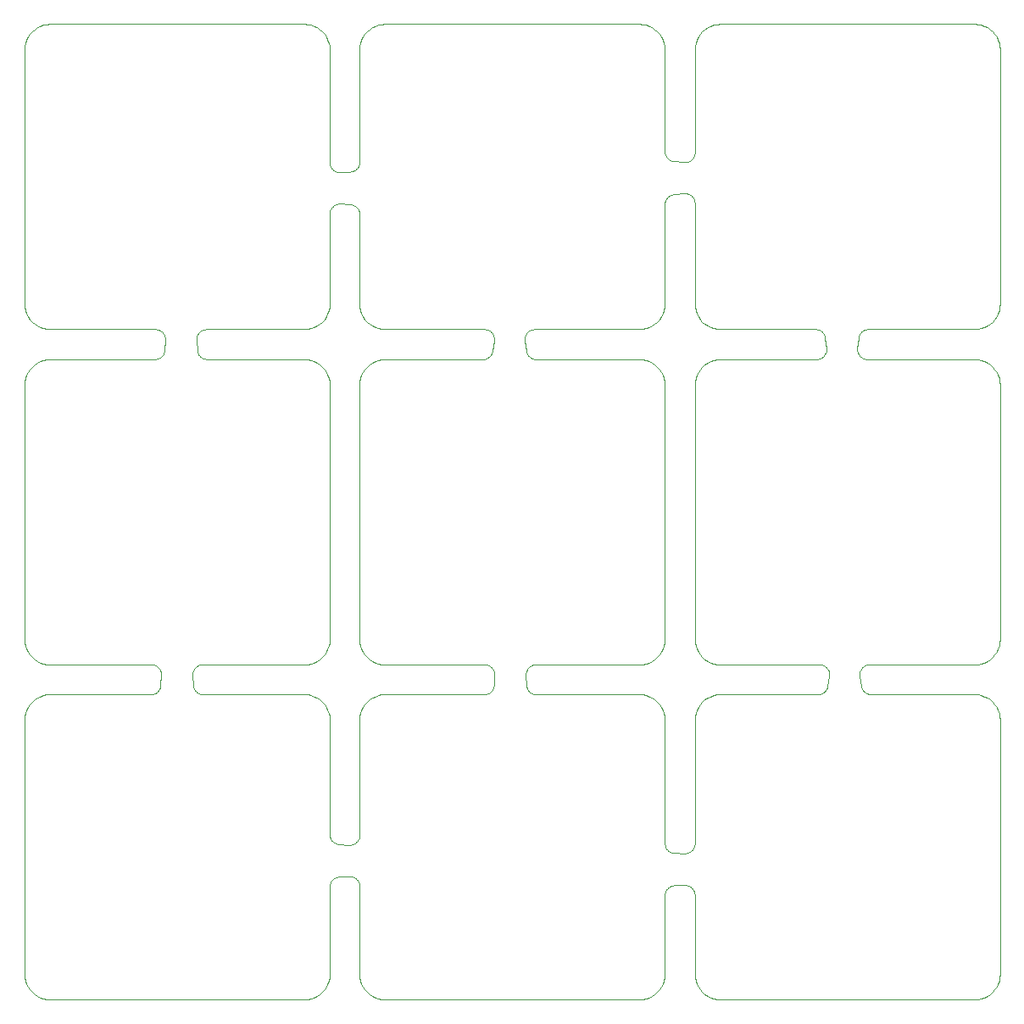
<source format=gko>
%MOIN*%
%OFA0B0*%
%FSLAX36Y36*%
%IPPOS*%
%LPD*%
%ADD10C,0*%
D10*
X002518110Y001099999D02*
X002518110Y001099999D01*
X002517254Y001113052D01*
X002514702Y001125882D01*
X002510497Y001138268D01*
X002504712Y001149999D01*
X002497445Y001160876D01*
X002488820Y001170710D01*
X002478985Y001179335D01*
X002468110Y001186602D01*
X002456378Y001192388D01*
X002443992Y001196592D01*
X002431162Y001199144D01*
X002418110Y001200000D01*
X002012992Y001200000D01*
X002009981Y001200115D01*
X002006988Y001200460D01*
X002004029Y001201033D01*
X002001124Y001201831D01*
X001998287Y001202849D01*
X001995537Y001204080D01*
X001992889Y001205519D01*
X001990359Y001207155D01*
X001987962Y001208981D01*
X001985711Y001210984D01*
X001983620Y001213154D01*
X001981701Y001215477D01*
X001979965Y001217940D01*
X001978423Y001220529D01*
X001977083Y001223228D01*
X001975954Y001226021D01*
X001975042Y001228893D01*
X001974351Y001231826D01*
X001973888Y001234804D01*
X001973653Y001237808D01*
X001972090Y001277178D01*
X001972092Y001280347D01*
X001972349Y001283506D01*
X001972859Y001286634D01*
X001973619Y001289711D01*
X001974624Y001292717D01*
X001975867Y001295632D01*
X001977341Y001298438D01*
X001979036Y001301116D01*
X001980941Y001303649D01*
X001983043Y001306021D01*
X001985330Y001308215D01*
X001987785Y001310219D01*
X001990394Y001312019D01*
X001993139Y001313603D01*
X001996003Y001314962D01*
X001998966Y001316085D01*
X002002011Y001316966D01*
X002005116Y001317600D01*
X002008262Y001317982D01*
X002011429Y001318110D01*
X002418110Y001318110D01*
X002431162Y001318966D01*
X002443992Y001321517D01*
X002456378Y001325722D01*
X002468110Y001331507D01*
X002478985Y001338775D01*
X002488820Y001347399D01*
X002497445Y001357234D01*
X002504712Y001368110D01*
X002510497Y001379842D01*
X002514702Y001392228D01*
X002517254Y001405057D01*
X002518110Y001418110D01*
X002518110Y002418110D01*
X002517254Y002431163D01*
X002514702Y002443992D01*
X002510497Y002456378D01*
X002504712Y002468110D01*
X002497445Y002478986D01*
X002488820Y002488821D01*
X002478985Y002497445D01*
X002468110Y002504712D01*
X002456378Y002510498D01*
X002443992Y002514703D01*
X002431162Y002517254D01*
X002418110Y002518110D01*
X002011799Y002518110D01*
X002008991Y002518210D01*
X002006197Y002518510D01*
X002003432Y002519009D01*
X002000710Y002519704D01*
X001998044Y002520591D01*
X001995448Y002521666D01*
X001992935Y002522923D01*
X001990518Y002524356D01*
X001988210Y002525959D01*
X001986022Y002527721D01*
X001983965Y002529635D01*
X001982050Y002531691D01*
X001980287Y002533879D01*
X001978684Y002536186D01*
X001977250Y002538602D01*
X001975991Y002541114D01*
X001974915Y002543710D01*
X001974027Y002546375D01*
X001973331Y002549098D01*
X001972831Y002551863D01*
X001967156Y002591232D01*
X001966818Y002594588D01*
X001966769Y002597961D01*
X001967008Y002601325D01*
X001967535Y002604657D01*
X001968345Y002607931D01*
X001969432Y002611124D01*
X001970788Y002614212D01*
X001972404Y002617173D01*
X001974268Y002619984D01*
X001976365Y002622626D01*
X001978680Y002625079D01*
X001981197Y002627324D01*
X001983897Y002629346D01*
X001986760Y002631129D01*
X001989765Y002632661D01*
X001992890Y002633929D01*
X001996113Y002634926D01*
X001999408Y002635643D01*
X002002753Y002636075D01*
X002006123Y002636220D01*
X002418110Y002636220D01*
X002431162Y002637076D01*
X002443992Y002639628D01*
X002456378Y002643832D01*
X002468110Y002649618D01*
X002478985Y002656885D01*
X002488820Y002665509D01*
X002497445Y002675344D01*
X002504712Y002686220D01*
X002510497Y002697952D01*
X002514702Y002710338D01*
X002517254Y002723168D01*
X002518110Y002736220D01*
X002518110Y003127433D01*
X002518216Y003130319D01*
X002518533Y003133190D01*
X002519060Y003136030D01*
X002519794Y003138823D01*
X002520730Y003141556D01*
X002521864Y003144212D01*
X002523190Y003146778D01*
X002524701Y003149240D01*
X002526388Y003151584D01*
X002528242Y003153799D01*
X002530254Y003155871D01*
X002532412Y003157791D01*
X002534705Y003159547D01*
X002537121Y003161130D01*
X002539647Y003162532D01*
X002542268Y003163745D01*
X002544971Y003164763D01*
X002547741Y003165579D01*
X002550564Y003166191D01*
X002553425Y003166593D01*
X002592795Y003170670D01*
X002596083Y003170872D01*
X002599376Y003170799D01*
X002602652Y003170450D01*
X002605887Y003169829D01*
X002609059Y003168939D01*
X002612146Y003167787D01*
X002615125Y003166381D01*
X002617976Y003164732D01*
X002620680Y003162849D01*
X002623216Y003160747D01*
X002625568Y003158441D01*
X002627719Y003155945D01*
X002629654Y003153279D01*
X002631359Y003150461D01*
X002632823Y003147509D01*
X002634034Y003144446D01*
X002634986Y003141292D01*
X002635670Y003138069D01*
X002636082Y003134801D01*
X002636220Y003131510D01*
X002636220Y002736220D01*
X002637076Y002723168D01*
X002639627Y002710338D01*
X002643832Y002697952D01*
X002649617Y002686220D01*
X002656884Y002675344D01*
X002665509Y002665509D01*
X002675343Y002656885D01*
X002686220Y002649618D01*
X002697952Y002643832D01*
X002710338Y002639628D01*
X002723167Y002637076D01*
X002736220Y002636220D01*
X003109892Y002636220D01*
X003112771Y002636114D01*
X003115634Y002635799D01*
X003118467Y002635275D01*
X003121254Y002634545D01*
X003123980Y002633613D01*
X003126631Y002632484D01*
X003129192Y002631164D01*
X003131650Y002629661D01*
X003133991Y002627982D01*
X003136203Y002626136D01*
X003138274Y002624134D01*
X003140193Y002621985D01*
X003141950Y002619702D01*
X003143536Y002617296D01*
X003144941Y002614781D01*
X003146158Y002612170D01*
X003147182Y002609477D01*
X003148005Y002606716D01*
X003148625Y002603903D01*
X003149037Y002601051D01*
X003153262Y002561681D01*
X003153477Y002558387D01*
X003153414Y002555086D01*
X003153076Y002551801D01*
X003152463Y002548557D01*
X003151580Y002545376D01*
X003150434Y002542279D01*
X003149033Y002539290D01*
X003147386Y002536428D01*
X003145505Y002533715D01*
X003143404Y002531168D01*
X003141096Y002528807D01*
X003138599Y002526647D01*
X003135930Y002524704D01*
X003133107Y002522992D01*
X003130150Y002521522D01*
X003127081Y002520305D01*
X003123921Y002519350D01*
X003120691Y002518663D01*
X003117416Y002518248D01*
X003114117Y002518110D01*
X002736220Y002518110D01*
X002723167Y002517254D01*
X002710338Y002514703D01*
X002697952Y002510498D01*
X002686220Y002504712D01*
X002675343Y002497445D01*
X002665509Y002488821D01*
X002656884Y002478986D01*
X002649617Y002468110D01*
X002643832Y002456378D01*
X002639627Y002443992D01*
X002637076Y002431163D01*
X002636220Y002418110D01*
X002636220Y001418110D01*
X002637076Y001405057D01*
X002639627Y001392228D01*
X002643832Y001379842D01*
X002649617Y001368110D01*
X002656884Y001357234D01*
X002665509Y001347399D01*
X002675343Y001338775D01*
X002686220Y001331507D01*
X002697952Y001325722D01*
X002710338Y001321517D01*
X002723167Y001318966D01*
X002736220Y001318110D01*
X003125673Y001318110D01*
X003129084Y001317962D01*
X003132470Y001317519D01*
X003135804Y001316784D01*
X003139062Y001315763D01*
X003142219Y001314464D01*
X003145252Y001312896D01*
X003148138Y001311072D01*
X003150854Y001309004D01*
X003153382Y001306708D01*
X003155701Y001304203D01*
X003157794Y001301505D01*
X003159645Y001298637D01*
X003161241Y001295619D01*
X003162570Y001292474D01*
X003163621Y001289226D01*
X003164387Y001285899D01*
X003164862Y001282518D01*
X003165042Y001279108D01*
X003164926Y001275696D01*
X003164514Y001272307D01*
X003157994Y001232937D01*
X003157446Y001230223D01*
X003156708Y001227555D01*
X003155785Y001224945D01*
X003154681Y001222406D01*
X003153401Y001219951D01*
X003151952Y001217592D01*
X003150340Y001215341D01*
X003148574Y001213209D01*
X003146663Y001211206D01*
X003144616Y001209342D01*
X003142443Y001207627D01*
X003140155Y001206069D01*
X003137762Y001204675D01*
X003135278Y001203453D01*
X003132714Y001202409D01*
X003130083Y001201547D01*
X003127398Y001200873D01*
X003124673Y001200388D01*
X003121920Y001200097D01*
X003119153Y001200000D01*
X002736220Y001200000D01*
X002723167Y001199144D01*
X002710338Y001196592D01*
X002697952Y001192388D01*
X002686220Y001186602D01*
X002675343Y001179335D01*
X002665509Y001170710D01*
X002656884Y001160876D01*
X002649617Y001149999D01*
X002643832Y001138268D01*
X002639627Y001125882D01*
X002637076Y001113052D01*
X002636220Y001099999D01*
X002636220Y000614566D01*
X002636096Y000611441D01*
X002635724Y000608336D01*
X002635107Y000605270D01*
X002634248Y000602262D01*
X002633154Y000599333D01*
X002631830Y000596499D01*
X002630286Y000593780D01*
X002628530Y000591191D01*
X002626575Y000588751D01*
X002624432Y000586473D01*
X002622115Y000584372D01*
X002619639Y000582462D01*
X002617019Y000580754D01*
X002614272Y000579260D01*
X002611414Y000577989D01*
X002608465Y000576948D01*
X002605443Y000576145D01*
X002602366Y000575584D01*
X002599254Y000575269D01*
X002596128Y000575202D01*
X002556757Y000575925D01*
X002553707Y000576099D01*
X002550680Y000576510D01*
X002547693Y000577154D01*
X002544765Y000578028D01*
X002541914Y000579126D01*
X002539157Y000580442D01*
X002536510Y000581968D01*
X002533989Y000583694D01*
X002531610Y000585611D01*
X002529387Y000587706D01*
X002527332Y000589968D01*
X002525460Y000592382D01*
X002523780Y000594934D01*
X002522303Y000597608D01*
X002521038Y000600389D01*
X002519992Y000603260D01*
X002519172Y000606203D01*
X002518583Y000609201D01*
X002518228Y000612235D01*
X002518110Y000615288D01*
X002518110Y001099999D01*
X001199999Y001099999D02*
X001199999Y001099999D01*
X001199143Y001113052D01*
X001196592Y001125882D01*
X001192387Y001138268D01*
X001186602Y001149999D01*
X001179335Y001160876D01*
X001170710Y001170710D01*
X001160875Y001179335D01*
X001149999Y001186602D01*
X001138267Y001192388D01*
X001125881Y001196592D01*
X001113051Y001199144D01*
X001100000Y001200000D01*
X000702756Y001200000D01*
X000699785Y001200112D01*
X000696830Y001200448D01*
X000693910Y001201006D01*
X000691039Y001201783D01*
X000688236Y001202775D01*
X000685515Y001203975D01*
X000682893Y001205377D01*
X000680384Y001206973D01*
X000678003Y001208754D01*
X000675763Y001210710D01*
X000673677Y001212829D01*
X000671757Y001215099D01*
X000670013Y001217508D01*
X000668457Y001220042D01*
X000667096Y001222686D01*
X000665938Y001225425D01*
X000664991Y001228243D01*
X000664259Y001231125D01*
X000663747Y001234054D01*
X000663457Y001237014D01*
X000661096Y001276384D01*
X000661035Y001279592D01*
X000661235Y001282795D01*
X000661696Y001285971D01*
X000662413Y001289099D01*
X000663383Y001292158D01*
X000664599Y001295128D01*
X000666053Y001297989D01*
X000667734Y001300722D01*
X000669633Y001303309D01*
X000671736Y001305733D01*
X000674030Y001307977D01*
X000676499Y001310027D01*
X000679126Y001311870D01*
X000681895Y001313492D01*
X000684787Y001314883D01*
X000687782Y001316034D01*
X000690862Y001316938D01*
X000694004Y001317587D01*
X000697190Y001317979D01*
X000700396Y001318110D01*
X001100000Y001318110D01*
X001113051Y001318966D01*
X001125881Y001321517D01*
X001138267Y001325722D01*
X001149999Y001331507D01*
X001160875Y001338775D01*
X001170710Y001347399D01*
X001179335Y001357234D01*
X001186602Y001368110D01*
X001192387Y001379842D01*
X001196592Y001392228D01*
X001199143Y001405057D01*
X001199999Y001418110D01*
X001199999Y002418110D01*
X001199143Y002431163D01*
X001196592Y002443992D01*
X001192387Y002456378D01*
X001186602Y002468110D01*
X001179335Y002478986D01*
X001170710Y002488821D01*
X001160875Y002497445D01*
X001149999Y002504712D01*
X001138267Y002510498D01*
X001125881Y002514703D01*
X001113051Y002517254D01*
X001100000Y002518110D01*
X000718399Y002518110D01*
X000715426Y002518222D01*
X000712471Y002518559D01*
X000709549Y002519117D01*
X000706678Y002519895D01*
X000703874Y002520887D01*
X000701152Y002522088D01*
X000698529Y002523491D01*
X000696020Y002525089D01*
X000693638Y002526871D01*
X000691398Y002528827D01*
X000689312Y002530948D01*
X000687391Y002533220D01*
X000685648Y002535630D01*
X000684092Y002538165D01*
X000682732Y002540810D01*
X000681575Y002543551D01*
X000680628Y002546371D01*
X000679897Y002549254D01*
X000679386Y002552184D01*
X000679098Y002555145D01*
X000676759Y002594515D01*
X000676699Y002597722D01*
X000676901Y002600924D01*
X000677363Y002604099D01*
X000678081Y002607225D01*
X000679052Y002610283D01*
X000680269Y002613251D01*
X000681723Y002616111D01*
X000683405Y002618842D01*
X000685304Y002621428D01*
X000687407Y002623851D01*
X000689701Y002626094D01*
X000692169Y002628143D01*
X000694796Y002629984D01*
X000697564Y002631605D01*
X000700455Y002632995D01*
X000703450Y002634146D01*
X000706528Y002635049D01*
X000709670Y002635698D01*
X000712854Y002636089D01*
X000716060Y002636220D01*
X001100000Y002636220D01*
X001113051Y002637076D01*
X001125881Y002639628D01*
X001138267Y002643832D01*
X001149999Y002649618D01*
X001160875Y002656885D01*
X001170710Y002665509D01*
X001179335Y002675344D01*
X001186602Y002686220D01*
X001192387Y002697952D01*
X001196592Y002710338D01*
X001199143Y002723168D01*
X001199999Y002736220D01*
X001199999Y003090310D01*
X001200131Y003093528D01*
X001200525Y003096724D01*
X001201180Y003099877D01*
X001202089Y003102966D01*
X001203248Y003105971D01*
X001204649Y003108871D01*
X001206282Y003111646D01*
X001208136Y003114279D01*
X001210200Y003116751D01*
X001212458Y003119047D01*
X001214897Y003121150D01*
X001217499Y003123047D01*
X001220248Y003124725D01*
X001223124Y003126173D01*
X001226110Y003127380D01*
X001229184Y003128340D01*
X001232326Y003129045D01*
X001235515Y003129491D01*
X001238730Y003129675D01*
X001241950Y003129596D01*
X001281320Y003127010D01*
X001284266Y003126705D01*
X001287182Y003126179D01*
X001290049Y003125436D01*
X001292853Y003124478D01*
X001295576Y003123313D01*
X001298204Y003121947D01*
X001300722Y003120386D01*
X001303116Y003118641D01*
X001305372Y003116721D01*
X001307476Y003114636D01*
X001309418Y003112399D01*
X001311187Y003110023D01*
X001312772Y003107520D01*
X001314164Y003104905D01*
X001315355Y003102193D01*
X001316339Y003099399D01*
X001317111Y003096539D01*
X001317665Y003093629D01*
X001317998Y003090685D01*
X001318110Y003087725D01*
X001318110Y002736220D01*
X001318965Y002723168D01*
X001321517Y002710338D01*
X001325721Y002697952D01*
X001331507Y002686220D01*
X001338774Y002675344D01*
X001347399Y002665509D01*
X001357233Y002656885D01*
X001368109Y002649618D01*
X001379841Y002643832D01*
X001392227Y002639628D01*
X001405057Y002637076D01*
X001418110Y002636220D01*
X001807540Y002636220D01*
X001810910Y002636075D01*
X001814255Y002635643D01*
X001817551Y002634926D01*
X001820773Y002633929D01*
X001823898Y002632661D01*
X001826903Y002631129D01*
X001829766Y002629346D01*
X001832466Y002627324D01*
X001834983Y002625079D01*
X001837299Y002622626D01*
X001839396Y002619984D01*
X001841259Y002617173D01*
X001842875Y002614212D01*
X001844231Y002611124D01*
X001845318Y002607931D01*
X001846128Y002604657D01*
X001846655Y002601325D01*
X001846894Y002597961D01*
X001846845Y002594588D01*
X001846507Y002591232D01*
X001840832Y002551863D01*
X001840332Y002549098D01*
X001839636Y002546375D01*
X001838748Y002543710D01*
X001837672Y002541114D01*
X001836414Y002538602D01*
X001834979Y002536186D01*
X001833376Y002533879D01*
X001831613Y002531691D01*
X001829698Y002529635D01*
X001827641Y002527721D01*
X001825453Y002525959D01*
X001823145Y002524356D01*
X001820728Y002522923D01*
X001818216Y002521666D01*
X001815620Y002520591D01*
X001812954Y002519704D01*
X001810231Y002519009D01*
X001807466Y002518510D01*
X001804673Y002518210D01*
X001801865Y002518110D01*
X001418110Y002518110D01*
X001405057Y002517254D01*
X001392227Y002514703D01*
X001379841Y002510498D01*
X001368109Y002504712D01*
X001357233Y002497445D01*
X001347399Y002488821D01*
X001338774Y002478986D01*
X001331507Y002468110D01*
X001325721Y002456378D01*
X001321517Y002443992D01*
X001318965Y002431163D01*
X001318110Y002418110D01*
X001318110Y001418110D01*
X001318965Y001405057D01*
X001321517Y001392228D01*
X001325721Y001379842D01*
X001331507Y001368110D01*
X001338774Y001357234D01*
X001347399Y001347399D01*
X001357233Y001338775D01*
X001368109Y001331507D01*
X001379841Y001325722D01*
X001392227Y001321517D01*
X001405057Y001318966D01*
X001418110Y001318110D01*
X001808443Y001318110D01*
X001811610Y001317982D01*
X001814756Y001317600D01*
X001817861Y001316966D01*
X001820906Y001316085D01*
X001823869Y001314962D01*
X001826733Y001313603D01*
X001829478Y001312019D01*
X001832087Y001310219D01*
X001834542Y001308215D01*
X001836829Y001306021D01*
X001838931Y001303649D01*
X001840836Y001301116D01*
X001842531Y001298438D01*
X001844005Y001295632D01*
X001845248Y001292717D01*
X001846253Y001289711D01*
X001847013Y001286634D01*
X001847523Y001283506D01*
X001847780Y001280347D01*
X001847782Y001277178D01*
X001846219Y001237808D01*
X001845984Y001234804D01*
X001845521Y001231826D01*
X001844830Y001228893D01*
X001843918Y001226021D01*
X001842789Y001223228D01*
X001841449Y001220529D01*
X001839907Y001217940D01*
X001838171Y001215477D01*
X001836252Y001213154D01*
X001834161Y001210984D01*
X001831910Y001208981D01*
X001829513Y001207155D01*
X001826982Y001205519D01*
X001824335Y001204080D01*
X001821585Y001202849D01*
X001818748Y001201831D01*
X001815843Y001201033D01*
X001812884Y001200460D01*
X001809891Y001200115D01*
X001806880Y001200000D01*
X001418110Y001200000D01*
X001405057Y001199144D01*
X001392227Y001196592D01*
X001379841Y001192388D01*
X001368109Y001186602D01*
X001357233Y001179335D01*
X001347399Y001170710D01*
X001338774Y001160876D01*
X001331507Y001149999D01*
X001325721Y001138268D01*
X001321517Y001125882D01*
X001318965Y001113052D01*
X001318110Y001099999D01*
X001318110Y000647978D01*
X001317979Y000644771D01*
X001317588Y000641586D01*
X001316938Y000638443D01*
X001316035Y000635364D01*
X001314883Y000632369D01*
X001313492Y000629477D01*
X001311870Y000626708D01*
X001310028Y000624080D01*
X001307977Y000621612D01*
X001305733Y000619318D01*
X001303309Y000617215D01*
X001300722Y000615316D01*
X001297989Y000613634D01*
X001295128Y000612181D01*
X001292158Y000610965D01*
X001289099Y000609995D01*
X001285971Y000609277D01*
X001282795Y000608817D01*
X001279592Y000608617D01*
X001276384Y000608678D01*
X001237014Y000611038D01*
X001234054Y000611328D01*
X001231125Y000611841D01*
X001228243Y000612573D01*
X001225425Y000613520D01*
X001222686Y000614678D01*
X001220042Y000616039D01*
X001217508Y000617595D01*
X001215099Y000619339D01*
X001212829Y000621259D01*
X001210710Y000623345D01*
X001208754Y000625585D01*
X001206973Y000627966D01*
X001205377Y000630475D01*
X001203975Y000633097D01*
X001202775Y000635818D01*
X001201783Y000638621D01*
X001201006Y000641491D01*
X001200448Y000644412D01*
X001200112Y000647367D01*
X001199999Y000650338D01*
X001199999Y001099999D01*
X000099999Y000000000D02*
X000099999Y000000000D01*
X001100000Y000000000D01*
X001113051Y000000855D01*
X001125881Y000003407D01*
X001138267Y000007612D01*
X001149999Y000013397D01*
X001160875Y000020665D01*
X001170710Y000029289D01*
X001179335Y000039123D01*
X001186602Y000050000D01*
X001192387Y000061731D01*
X001196592Y000074118D01*
X001199143Y000086947D01*
X001199999Y000099999D01*
X001199999Y000443459D01*
X001200112Y000446431D01*
X001200448Y000449385D01*
X001201006Y000452306D01*
X001201783Y000455176D01*
X001202775Y000457979D01*
X001203975Y000460700D01*
X001205377Y000463322D01*
X001206973Y000465831D01*
X001208754Y000468212D01*
X001210710Y000470452D01*
X001212829Y000472538D01*
X001215099Y000474459D01*
X001217508Y000476202D01*
X001220042Y000477759D01*
X001222686Y000479119D01*
X001225425Y000480277D01*
X001228243Y000481224D01*
X001231125Y000481957D01*
X001234054Y000482469D01*
X001237014Y000482759D01*
X001276384Y000485119D01*
X001279592Y000485180D01*
X001282795Y000484980D01*
X001285971Y000484520D01*
X001289099Y000483802D01*
X001292158Y000482833D01*
X001295128Y000481617D01*
X001297989Y000480163D01*
X001300722Y000478481D01*
X001303309Y000476583D01*
X001305733Y000474479D01*
X001307977Y000472186D01*
X001310028Y000469717D01*
X001311870Y000467089D01*
X001313492Y000464321D01*
X001314883Y000461429D01*
X001316035Y000458433D01*
X001316938Y000455354D01*
X001317588Y000452211D01*
X001317979Y000449026D01*
X001318110Y000445820D01*
X001318110Y000099999D01*
X001318965Y000086947D01*
X001321517Y000074118D01*
X001325721Y000061731D01*
X001331507Y000050000D01*
X001338774Y000039123D01*
X001347399Y000029289D01*
X001357233Y000020665D01*
X001368109Y000013397D01*
X001379841Y000007612D01*
X001392227Y000003407D01*
X001405057Y000000855D01*
X001418110Y000000000D01*
X002418110Y000000000D01*
X002431162Y000000855D01*
X002443992Y000003407D01*
X002456378Y000007612D01*
X002468110Y000013397D01*
X002478985Y000020665D01*
X002488820Y000029289D01*
X002497445Y000039123D01*
X002504712Y000050000D01*
X002510497Y000061731D01*
X002514702Y000074118D01*
X002517254Y000086947D01*
X002518110Y000099999D01*
X002518110Y000409998D01*
X002518228Y000413051D01*
X002518583Y000416085D01*
X002519172Y000419083D01*
X002519992Y000422026D01*
X002521038Y000424897D01*
X002522303Y000427678D01*
X002523780Y000430353D01*
X002525460Y000432905D01*
X002527332Y000435319D01*
X002529387Y000437580D01*
X002531610Y000439676D01*
X002533989Y000441592D01*
X002536510Y000443319D01*
X002539157Y000444844D01*
X002541914Y000446160D01*
X002544765Y000447258D01*
X002547693Y000448132D01*
X002550680Y000448776D01*
X002553707Y000449187D01*
X002556757Y000449361D01*
X002596128Y000450084D01*
X002599254Y000450017D01*
X002602366Y000449702D01*
X002605443Y000449142D01*
X002608465Y000448338D01*
X002611414Y000447298D01*
X002614272Y000446026D01*
X002617019Y000444532D01*
X002619639Y000442825D01*
X002622115Y000440914D01*
X002624432Y000438814D01*
X002626575Y000436536D01*
X002628530Y000434095D01*
X002630286Y000431507D01*
X002631830Y000428787D01*
X002633154Y000425954D01*
X002634248Y000423024D01*
X002635107Y000420017D01*
X002635724Y000416951D01*
X002636096Y000413846D01*
X002636220Y000410721D01*
X002636220Y000099999D01*
X002637076Y000086947D01*
X002639627Y000074118D01*
X002643832Y000061731D01*
X002649617Y000050000D01*
X002656884Y000039123D01*
X002665509Y000029289D01*
X002675343Y000020665D01*
X002686220Y000013397D01*
X002697952Y000007612D01*
X002710338Y000003407D01*
X002723167Y000000855D01*
X002736220Y000000000D01*
X003736220Y000000000D01*
X003749272Y000000855D01*
X003762102Y000003407D01*
X003774488Y000007612D01*
X003786220Y000013397D01*
X003797096Y000020665D01*
X003806930Y000029289D01*
X003815555Y000039123D01*
X003822822Y000050000D01*
X003828607Y000061731D01*
X003832812Y000074118D01*
X003835364Y000086947D01*
X003836220Y000099999D01*
X003836220Y001099999D01*
X003835364Y001113052D01*
X003832812Y001125882D01*
X003828607Y001138268D01*
X003822822Y001149999D01*
X003815555Y001160876D01*
X003806930Y001170710D01*
X003797096Y001179335D01*
X003786220Y001186602D01*
X003774488Y001192388D01*
X003762102Y001196592D01*
X003749272Y001199144D01*
X003736220Y001200000D01*
X003329832Y001200000D01*
X003327065Y001200097D01*
X003324312Y001200388D01*
X003321586Y001200873D01*
X003318901Y001201547D01*
X003316270Y001202409D01*
X003313706Y001203453D01*
X003311222Y001204675D01*
X003308830Y001206069D01*
X003306542Y001207627D01*
X003304368Y001209342D01*
X003302321Y001211206D01*
X003300410Y001213209D01*
X003298644Y001215341D01*
X003297033Y001217592D01*
X003295584Y001219951D01*
X003294304Y001222406D01*
X003293199Y001224945D01*
X003292276Y001227555D01*
X003291539Y001230223D01*
X003290991Y001232937D01*
X003284470Y001272307D01*
X003284059Y001275696D01*
X003283943Y001279108D01*
X003284123Y001282518D01*
X003284597Y001285899D01*
X003285363Y001289226D01*
X003286414Y001292474D01*
X003287743Y001295619D01*
X003289339Y001298637D01*
X003291191Y001301505D01*
X003293284Y001304203D01*
X003295603Y001306708D01*
X003298130Y001309004D01*
X003300847Y001311072D01*
X003303733Y001312896D01*
X003306765Y001314464D01*
X003309923Y001315763D01*
X003313181Y001316784D01*
X003316515Y001317519D01*
X003319900Y001317962D01*
X003323311Y001318110D01*
X003736220Y001318110D01*
X003749272Y001318966D01*
X003762102Y001321517D01*
X003774488Y001325722D01*
X003786220Y001331507D01*
X003797096Y001338775D01*
X003806930Y001347399D01*
X003815555Y001357234D01*
X003822822Y001368110D01*
X003828607Y001379842D01*
X003832812Y001392228D01*
X003835364Y001405057D01*
X003836220Y001418110D01*
X003836220Y002418110D01*
X003835364Y002431163D01*
X003832812Y002443992D01*
X003828607Y002456378D01*
X003822822Y002468110D01*
X003815555Y002478986D01*
X003806930Y002488821D01*
X003797096Y002497445D01*
X003786220Y002504712D01*
X003774488Y002510498D01*
X003762102Y002514703D01*
X003749272Y002517254D01*
X003736220Y002518110D01*
X003314290Y002518110D01*
X003310991Y002518248D01*
X003307716Y002518663D01*
X003304487Y002519350D01*
X003301326Y002520305D01*
X003298257Y002521522D01*
X003295301Y002522992D01*
X003292478Y002524704D01*
X003289808Y002526647D01*
X003287311Y002528807D01*
X003285003Y002531168D01*
X003282902Y002533715D01*
X003281021Y002536428D01*
X003279374Y002539290D01*
X003277973Y002542279D01*
X003276827Y002545376D01*
X003275944Y002548557D01*
X003275332Y002551801D01*
X003274993Y002555086D01*
X003274930Y002558387D01*
X003275145Y002561681D01*
X003279371Y002601051D01*
X003279783Y002603903D01*
X003280402Y002606716D01*
X003281226Y002609477D01*
X003282249Y002612170D01*
X003283466Y002614781D01*
X003284871Y002617296D01*
X003286457Y002619702D01*
X003288214Y002621985D01*
X003290133Y002624134D01*
X003292204Y002626136D01*
X003294416Y002627982D01*
X003296758Y002629661D01*
X003299215Y002631164D01*
X003301776Y002632484D01*
X003304427Y002633613D01*
X003307153Y002634545D01*
X003309940Y002635275D01*
X003312773Y002635799D01*
X003315637Y002636114D01*
X003318516Y002636220D01*
X003736220Y002636220D01*
X003749272Y002637076D01*
X003762102Y002639628D01*
X003774488Y002643832D01*
X003786220Y002649618D01*
X003797096Y002656885D01*
X003806930Y002665509D01*
X003815555Y002675344D01*
X003822822Y002686220D01*
X003828607Y002697952D01*
X003832812Y002710338D01*
X003835364Y002723168D01*
X003836220Y002736220D01*
X003836220Y003736220D01*
X003835364Y003749273D01*
X003832812Y003762102D01*
X003828607Y003774489D01*
X003822822Y003786220D01*
X003815555Y003797096D01*
X003806930Y003806931D01*
X003797096Y003815555D01*
X003786220Y003822823D01*
X003774488Y003828608D01*
X003762102Y003832813D01*
X003749272Y003835365D01*
X003736220Y003836220D01*
X002736220Y003836220D01*
X002723167Y003835365D01*
X002710338Y003832813D01*
X002697952Y003828608D01*
X002686220Y003822823D01*
X002675343Y003815555D01*
X002665509Y003806931D01*
X002656884Y003797096D01*
X002649617Y003786220D01*
X002643832Y003774489D01*
X002639627Y003762102D01*
X002637076Y003749273D01*
X002636220Y003736220D01*
X002636220Y003331843D01*
X002636082Y003328552D01*
X002635670Y003325283D01*
X002634986Y003322061D01*
X002634034Y003318907D01*
X002632823Y003315844D01*
X002631359Y003312892D01*
X002629654Y003310074D01*
X002627719Y003307407D01*
X002625568Y003304912D01*
X002623216Y003302606D01*
X002620680Y003300504D01*
X002617976Y003298621D01*
X002615125Y003296971D01*
X002612146Y003295566D01*
X002609059Y003294414D01*
X002605887Y003293524D01*
X002602652Y003292903D01*
X002599376Y003292554D01*
X002596083Y003292481D01*
X002592795Y003292683D01*
X002553425Y003296760D01*
X002550564Y003297162D01*
X002547741Y003297774D01*
X002544971Y003298590D01*
X002542268Y003299608D01*
X002539647Y003300821D01*
X002537121Y003302223D01*
X002534705Y003303806D01*
X002532412Y003305562D01*
X002530254Y003307481D01*
X002528242Y003309554D01*
X002526388Y003311769D01*
X002524701Y003314113D01*
X002523190Y003316575D01*
X002521864Y003319141D01*
X002520730Y003321797D01*
X002519794Y003324529D01*
X002519060Y003327323D01*
X002518533Y003330163D01*
X002518216Y003333034D01*
X002518110Y003335920D01*
X002518110Y003736220D01*
X002517254Y003749273D01*
X002514702Y003762102D01*
X002510497Y003774489D01*
X002504712Y003786220D01*
X002497445Y003797096D01*
X002488820Y003806931D01*
X002478985Y003815555D01*
X002468110Y003822823D01*
X002456378Y003828608D01*
X002443992Y003832813D01*
X002431162Y003835365D01*
X002418110Y003836220D01*
X001418110Y003836220D01*
X001405057Y003835365D01*
X001392227Y003832813D01*
X001379841Y003828608D01*
X001368109Y003822823D01*
X001357233Y003815555D01*
X001347399Y003806931D01*
X001338774Y003797096D01*
X001331507Y003786220D01*
X001325721Y003774489D01*
X001321517Y003762102D01*
X001318965Y003749273D01*
X001318110Y003736220D01*
X001318110Y003294818D01*
X001317998Y003291858D01*
X001317665Y003288914D01*
X001317111Y003286004D01*
X001316339Y003283144D01*
X001315355Y003280350D01*
X001314164Y003277638D01*
X001312772Y003275023D01*
X001311187Y003272520D01*
X001309418Y003270143D01*
X001307476Y003267907D01*
X001305372Y003265822D01*
X001303116Y003263902D01*
X001300722Y003262156D01*
X001298204Y003260596D01*
X001295576Y003259229D01*
X001292853Y003258064D01*
X001290049Y003257107D01*
X001287182Y003256363D01*
X001284266Y003255838D01*
X001281320Y003255532D01*
X001241950Y003252947D01*
X001238730Y003252867D01*
X001235515Y003253051D01*
X001232326Y003253497D01*
X001229184Y003254203D01*
X001226110Y003255162D01*
X001223124Y003256370D01*
X001220248Y003257818D01*
X001217499Y003259496D01*
X001214897Y003261393D01*
X001212458Y003263496D01*
X001210200Y003265791D01*
X001208136Y003268264D01*
X001206282Y003270897D01*
X001204649Y003273672D01*
X001203248Y003276572D01*
X001202089Y003279576D01*
X001201180Y003282665D01*
X001200525Y003285819D01*
X001200131Y003289015D01*
X001199999Y003292232D01*
X001199999Y003736220D01*
X001199143Y003749273D01*
X001196592Y003762102D01*
X001192387Y003774489D01*
X001186602Y003786220D01*
X001179335Y003797096D01*
X001170710Y003806931D01*
X001160875Y003815555D01*
X001149999Y003822823D01*
X001138267Y003828608D01*
X001125881Y003832813D01*
X001113051Y003835365D01*
X001100000Y003836220D01*
X000099999Y003836220D01*
X000086947Y003835365D01*
X000074117Y003832813D01*
X000061731Y003828608D01*
X000049999Y003822823D01*
X000039123Y003815555D01*
X000029289Y003806931D01*
X000020664Y003797096D01*
X000013397Y003786220D01*
X000007611Y003774489D01*
X000003406Y003762102D01*
X000000855Y003749273D01*
X000000000Y003736220D01*
X000000000Y002736220D01*
X000000855Y002723168D01*
X000003406Y002710338D01*
X000007611Y002697952D01*
X000013397Y002686220D01*
X000020664Y002675344D01*
X000029289Y002665509D01*
X000039123Y002656885D01*
X000049999Y002649618D01*
X000061731Y002643832D01*
X000074117Y002639628D01*
X000086947Y002637076D01*
X000099999Y002636220D01*
X000513879Y002636220D01*
X000517084Y002636089D01*
X000520269Y002635698D01*
X000523410Y002635049D01*
X000526489Y002634146D01*
X000529483Y002632995D01*
X000532374Y002631605D01*
X000535143Y002629984D01*
X000537770Y002628143D01*
X000540238Y002626094D01*
X000542532Y002623851D01*
X000544635Y002621428D01*
X000546534Y002618842D01*
X000548216Y002616111D01*
X000549670Y002613251D01*
X000550887Y002610283D01*
X000551857Y002607225D01*
X000552576Y002604099D01*
X000553038Y002600924D01*
X000553239Y002597722D01*
X000553180Y002594515D01*
X000550841Y002555145D01*
X000550552Y002552184D01*
X000550041Y002549254D01*
X000549310Y002546371D01*
X000548364Y002543551D01*
X000547207Y002540810D01*
X000545847Y002538165D01*
X000544290Y002535630D01*
X000542547Y002533220D01*
X000540627Y002530948D01*
X000538541Y002528827D01*
X000536300Y002526871D01*
X000533919Y002525089D01*
X000531409Y002523491D01*
X000528786Y002522088D01*
X000526065Y002520887D01*
X000523261Y002519895D01*
X000520390Y002519117D01*
X000517468Y002518559D01*
X000514513Y002518222D01*
X000511540Y002518110D01*
X000099999Y002518110D01*
X000086947Y002517254D01*
X000074117Y002514703D01*
X000061731Y002510498D01*
X000049999Y002504712D01*
X000039123Y002497445D01*
X000029289Y002488821D01*
X000020664Y002478986D01*
X000013397Y002468110D01*
X000007611Y002456378D01*
X000003406Y002443992D01*
X000000855Y002431163D01*
X000000000Y002418110D01*
X000000000Y001418110D01*
X000000855Y001405057D01*
X000003406Y001392228D01*
X000007611Y001379842D01*
X000013397Y001368110D01*
X000020664Y001357234D01*
X000029289Y001347399D01*
X000039123Y001338775D01*
X000049999Y001331507D01*
X000061731Y001325722D01*
X000074117Y001321517D01*
X000086947Y001318966D01*
X000099999Y001318110D01*
X000498238Y001318110D01*
X000501444Y001317979D01*
X000504629Y001317587D01*
X000507772Y001316938D01*
X000510851Y001316034D01*
X000513847Y001314883D01*
X000516738Y001313492D01*
X000519507Y001311870D01*
X000522135Y001310027D01*
X000524604Y001307977D01*
X000526897Y001305733D01*
X000529000Y001303309D01*
X000530899Y001300722D01*
X000532581Y001297989D01*
X000534035Y001295128D01*
X000535250Y001292158D01*
X000536220Y001289099D01*
X000536938Y001285971D01*
X000537398Y001282795D01*
X000537598Y001279592D01*
X000537537Y001276384D01*
X000535177Y001237014D01*
X000534887Y001234054D01*
X000534375Y001231125D01*
X000533643Y001228243D01*
X000532695Y001225425D01*
X000531538Y001222686D01*
X000530177Y001220042D01*
X000528620Y001217508D01*
X000526877Y001215099D01*
X000524957Y001212829D01*
X000522871Y001210710D01*
X000520630Y001208754D01*
X000518249Y001206973D01*
X000515740Y001205377D01*
X000513118Y001203975D01*
X000510398Y001202775D01*
X000507594Y001201783D01*
X000504724Y001201006D01*
X000501803Y001200448D01*
X000498849Y001200112D01*
X000495877Y001200000D01*
X000099999Y001200000D01*
X000086947Y001199144D01*
X000074117Y001196592D01*
X000061731Y001192388D01*
X000049999Y001186602D01*
X000039123Y001179335D01*
X000029289Y001170710D01*
X000020664Y001160876D01*
X000013397Y001149999D01*
X000007611Y001138268D01*
X000003406Y001125882D01*
X000000855Y001113052D01*
X000000000Y001099999D01*
X000000000Y000099999D01*
X000000855Y000086947D01*
X000003406Y000074118D01*
X000007611Y000061731D01*
X000013397Y000050000D01*
X000020664Y000039123D01*
X000029289Y000029289D01*
X000039123Y000020665D01*
X000049999Y000013397D01*
X000061731Y000007612D01*
X000074117Y000003407D01*
X000086947Y000000855D01*
X000099999Y000000000D01*
M02*
</source>
